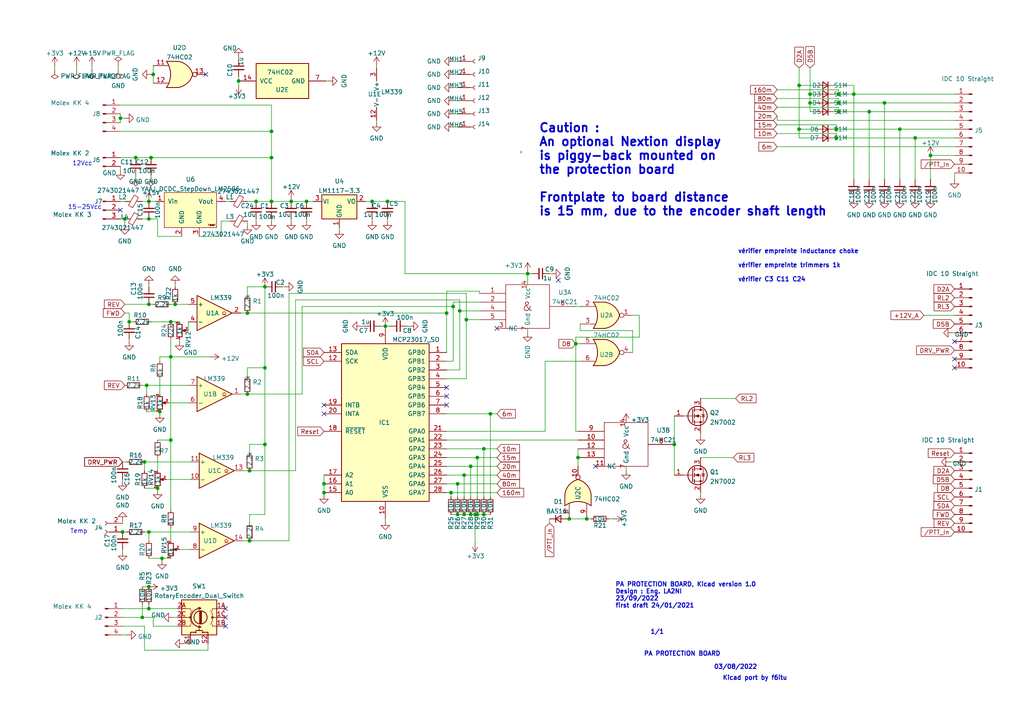
<source format=kicad_sch>
(kicad_sch (version 20211123) (generator eeschema)
  (paper "A4")
  (junction (at 43.18 58.42))
  (junction (at 140.335 149.225))
  (junction (at 41.91 133.985))
  (junction (at 45.72 141.605))
  (junction (at 39.37 45.72))
  (junction (at 195.58 128.905))
  (junction (at 132.715 149.225))
  (junction (at 140.335 130.175))
  (junction (at 167.005 99.695))
  (junction (at 34.925 34.29))
  (junction (at 234.95 27.305))
  (junction (at 112.395 58.42))
  (junction (at 133.35 90.17))
  (junction (at 252.095 32.385))
  (junction (at 43.18 63.5))
  (junction (at 46.355 119.38))
  (junction (at 129.54 90.805))
  (junction (at 142.24 120.015))
  (junction (at 46.99 161.925))
  (junction (at 234.95 29.845))
  (junction (at 78.74 45.72))
  (junction (at 43.18 154.305))
  (junction (at 269.875 45.085))
  (junction (at 50.8 88.265))
  (junction (at 74.295 58.42))
  (junction (at 256.54 29.845))
  (junction (at 84.455 58.42))
  (junction (at 135.255 92.71))
  (junction (at 243.205 32.385))
  (junction (at 72.39 136.525))
  (junction (at 71.755 90.805))
  (junction (at 78.74 38.1))
  (junction (at 170.18 150.495))
  (junction (at 43.18 170.18))
  (junction (at 44.45 21.59))
  (junction (at 35.56 154.305))
  (junction (at 111.76 94.615))
  (junction (at 76.835 128.905))
  (junction (at 265.43 40.005))
  (junction (at 36.195 63.5))
  (junction (at 132.715 140.335))
  (junction (at 49.53 127.635))
  (junction (at 231.775 24.765))
  (junction (at 167.64 132.715))
  (junction (at 137.795 149.225))
  (junction (at 42.545 111.76))
  (junction (at 76.835 83.185))
  (junction (at 242.57 40.005))
  (junction (at 243.205 27.305))
  (junction (at 93.98 140.335))
  (junction (at 37.465 93.345))
  (junction (at 130.81 142.875))
  (junction (at 153.035 79.375))
  (junction (at 138.43 132.715))
  (junction (at 138.43 149.225))
  (junction (at 43.18 88.265))
  (junction (at 134.62 137.795))
  (junction (at 260.985 37.465))
  (junction (at 49.53 93.345))
  (junction (at 243.205 29.845))
  (junction (at 72.39 156.845))
  (junction (at 136.525 149.225))
  (junction (at 242.57 37.465))
  (junction (at 231.775 37.465))
  (junction (at 76.835 106.68))
  (junction (at 43.815 45.72))
  (junction (at 165.1 150.495))
  (junction (at 88.9 58.42))
  (junction (at 93.98 142.875))
  (junction (at 71.755 114.3))
  (junction (at 49.53 103.505))
  (junction (at 107.95 58.42))
  (junction (at 134.62 149.225))
  (junction (at 41.275 179.07))
  (junction (at 69.215 23.495))
  (junction (at 43.18 176.53))
  (junction (at 131.445 88.9))
  (junction (at 78.74 58.42))
  (junction (at 247.65 27.305))
  (junction (at 136.525 135.255))
  (no_connect (at 93.98 117.475))
  (no_connect (at 93.98 120.015))
  (no_connect (at 34.925 60.96))
  (no_connect (at 161.925 81.28))
  (no_connect (at 59.69 21.59))
  (no_connect (at 172.72 135.255))
  (no_connect (at 129.54 112.395))
  (no_connect (at 129.54 114.935))
  (no_connect (at 129.54 117.475))
  (no_connect (at 276.86 99.06))
  (no_connect (at 144.145 95.25))
  (no_connect (at 65.405 181.61))
  (no_connect (at 65.405 179.07))
  (no_connect (at 65.405 176.53))
  (no_connect (at 276.86 106.68))
  (no_connect (at 276.86 104.14))
  (wire (pts (xy 153.035 79.375) (xy 153.035 82.55)))
  (wire (pts (xy 45.72 63.5) (xy 43.18 63.5)))
  (wire (pts (xy 129.54 142.875) (xy 130.81 142.875)))
  (wire (pts (xy 138.43 132.715) (xy 144.145 132.715)))
  (wire (pts (xy 132.715 140.335) (xy 144.145 140.335)))
  (wire (pts (xy 252.095 32.385) (xy 252.095 52.07)))
  (wire (pts (xy 242.57 40.005) (xy 265.43 40.005)))
  (wire (pts (xy 236.855 32.385) (xy 234.95 32.385)))
  (wire (pts (xy 267.97 91.44) (xy 276.86 91.44)))
  (wire (pts (xy 129.54 132.715) (xy 138.43 132.715)))
  (wire (pts (xy 41.91 133.985) (xy 41.91 136.525)))
  (wire (pts (xy 44.45 179.07) (xy 44.45 181.61)))
  (wire (pts (xy 46.355 103.505) (xy 49.53 103.505)))
  (wire (pts (xy 35.56 151.765) (xy 35.56 151.13)))
  (wire (pts (xy 41.91 154.305) (xy 43.18 154.305)))
  (wire (pts (xy 71.755 109.22) (xy 71.755 106.68)))
  (wire (pts (xy 131.445 33.02) (xy 132.715 33.02)))
  (wire (pts (xy 70.485 156.845) (xy 72.39 156.845)))
  (wire (pts (xy 136.525 135.255) (xy 144.145 135.255)))
  (wire (pts (xy 133.35 90.17) (xy 139.065 90.17)))
  (wire (pts (xy 140.335 130.175) (xy 144.145 130.175)))
  (wire (pts (xy 71.755 114.3) (xy 87.63 114.3)))
  (wire (pts (xy 133.35 107.315) (xy 129.54 107.315)))
  (wire (pts (xy 84.455 57.785) (xy 84.455 58.42)))
  (wire (pts (xy 167.005 99.695) (xy 167.005 125.095)))
  (wire (pts (xy 276.86 29.845) (xy 256.54 29.845)))
  (wire (pts (xy 64.135 64.135) (xy 66.675 64.135)))
  (wire (pts (xy 243.205 32.385) (xy 252.095 32.385)))
  (wire (pts (xy 109.22 19.05) (xy 109.22 19.685)))
  (wire (pts (xy 49.53 93.345) (xy 52.07 93.345)))
  (wire (pts (xy 181.61 135.255) (xy 181.61 136.525)))
  (wire (pts (xy 241.935 24.765) (xy 247.65 24.765)))
  (wire (pts (xy 52.07 159.385) (xy 55.245 159.385)))
  (wire (pts (xy 37.465 93.345) (xy 38.735 93.345)))
  (wire (pts (xy 57.785 68.58) (xy 64.135 68.58)))
  (wire (pts (xy 167.64 130.175) (xy 167.64 132.715)))
  (wire (pts (xy 50.8 88.265) (xy 54.61 88.265)))
  (wire (pts (xy 256.54 29.845) (xy 256.54 52.07)))
  (wire (pts (xy 34.925 63.5) (xy 36.195 63.5)))
  (wire (pts (xy 225.425 42.545) (xy 276.86 42.545)))
  (wire (pts (xy 276.86 40.005) (xy 265.43 40.005)))
  (wire (pts (xy 132.715 149.225) (xy 134.62 149.225)))
  (wire (pts (xy 243.205 27.305) (xy 247.65 27.305)))
  (wire (pts (xy 252.095 57.15) (xy 252.095 57.785)))
  (wire (pts (xy 158.115 104.775) (xy 168.275 104.775)))
  (wire (pts (xy 105.41 94.615) (xy 104.775 94.615)))
  (wire (pts (xy 131.445 104.775) (xy 129.54 104.775)))
  (wire (pts (xy 74.295 58.42) (xy 78.74 58.42)))
  (wire (pts (xy 83.82 85.09) (xy 135.255 85.09)))
  (wire (pts (xy 49.53 98.425) (xy 49.53 103.505)))
  (wire (pts (xy 153.035 79.375) (xy 153.035 78.74)))
  (wire (pts (xy 41.275 179.07) (xy 44.45 179.07)))
  (wire (pts (xy 81.915 83.185) (xy 82.55 83.185)))
  (wire (pts (xy 85.725 86.995) (xy 133.35 86.995)))
  (wire (pts (xy 35.56 154.305) (xy 36.83 154.305)))
  (wire (pts (xy 36.195 63.5) (xy 36.195 65.405)))
  (wire (pts (xy 44.45 19.05) (xy 44.45 21.59)))
  (wire (pts (xy 71.755 83.185) (xy 76.835 83.185)))
  (wire (pts (xy 129.54 130.175) (xy 140.335 130.175)))
  (wire (pts (xy 34.925 45.72) (xy 39.37 45.72)))
  (wire (pts (xy 131.445 25.4) (xy 132.715 25.4)))
  (wire (pts (xy 45.72 141.605) (xy 45.72 142.24)))
  (wire (pts (xy 112.395 63.5) (xy 112.395 64.135)))
  (wire (pts (xy 117.475 58.42) (xy 117.475 79.375)))
  (wire (pts (xy 87.63 88.9) (xy 131.445 88.9)))
  (wire (pts (xy 129.54 84.455) (xy 129.54 90.805)))
  (wire (pts (xy 130.81 142.875) (xy 144.145 142.875)))
  (wire (pts (xy 72.39 131.445) (xy 72.39 128.905)))
  (wire (pts (xy 153.035 95.25) (xy 153.035 96.52)))
  (wire (pts (xy 225.425 38.735) (xy 242.57 38.735)))
  (wire (pts (xy 139.065 85.09) (xy 139.065 84.455)))
  (wire (pts (xy 231.775 24.765) (xy 236.855 24.765)))
  (wire (pts (xy 243.205 26.035) (xy 243.205 27.305)))
  (wire (pts (xy 247.65 24.765) (xy 247.65 27.305)))
  (wire (pts (xy 142.24 144.145) (xy 142.24 120.015)))
  (wire (pts (xy 134.62 137.795) (xy 144.145 137.795)))
  (wire (pts (xy 72.39 128.905) (xy 76.835 128.905)))
  (wire (pts (xy 45.72 68.58) (xy 45.72 63.5)))
  (wire (pts (xy 133.35 90.17) (xy 133.35 107.315)))
  (wire (pts (xy 195.58 120.65) (xy 195.58 128.905)))
  (wire (pts (xy 72.39 151.765) (xy 72.39 149.225)))
  (wire (pts (xy 265.43 57.15) (xy 265.43 57.785)))
  (wire (pts (xy 234.95 27.305) (xy 236.855 27.305)))
  (wire (pts (xy 43.18 175.26) (xy 43.18 176.53)))
  (wire (pts (xy 44.45 181.61) (xy 51.435 181.61)))
  (wire (pts (xy 260.985 37.465) (xy 260.985 52.07)))
  (wire (pts (xy 46.355 119.38) (xy 46.355 120.015)))
  (wire (pts (xy 241.935 29.845) (xy 243.205 29.845)))
  (wire (pts (xy 49.53 153.035) (xy 49.53 156.845)))
  (wire (pts (xy 43.815 50.8) (xy 43.815 51.435)))
  (wire (pts (xy 225.425 36.195) (xy 242.57 36.195)))
  (wire (pts (xy 136.525 149.225) (xy 137.795 149.225)))
  (wire (pts (xy 34.925 48.26) (xy 34.925 49.53)))
  (wire (pts (xy 265.43 40.005) (xy 265.43 52.07)))
  (wire (pts (xy 52.07 98.425) (xy 52.07 99.06)))
  (wire (pts (xy 107.95 58.42) (xy 112.395 58.42)))
  (wire (pts (xy 49.53 103.505) (xy 60.96 103.505)))
  (wire (pts (xy 252.095 32.385) (xy 276.86 32.385)))
  (wire (pts (xy 110.49 94.615) (xy 111.76 94.615)))
  (wire (pts (xy 225.425 34.925) (xy 225.425 33.655)))
  (polyline (pts (xy 151.13 43.815) (xy 151.13 44.45)))
  (wire (pts (xy 183.515 95.885) (xy 183.515 102.235)))
  (wire (pts (xy 41.275 63.5) (xy 43.18 63.5)))
  (wire (pts (xy 35.56 139.065) (xy 35.56 139.7)))
  (wire (pts (xy 164.465 150.495) (xy 165.1 150.495)))
  (wire (pts (xy 185.42 97.79) (xy 167.005 97.79)))
  (wire (pts (xy 34.925 34.29) (xy 36.195 34.29)))
  (wire (pts (xy 234.95 19.685) (xy 234.95 27.305)))
  (wire (pts (xy 276.225 96.52) (xy 276.86 96.52)))
  (wire (pts (xy 36.195 88.265) (xy 43.18 88.265)))
  (wire (pts (xy 203.2 142.875) (xy 203.2 143.51)))
  (wire (pts (xy 71.755 85.725) (xy 71.755 83.185)))
  (wire (pts (xy 133.35 86.995) (xy 133.35 90.17)))
  (wire (pts (xy 129.54 137.795) (xy 134.62 137.795)))
  (wire (pts (xy 41.91 181.61) (xy 41.91 188.595)))
  (wire (pts (xy 65.405 58.42) (xy 66.675 58.42)))
  (wire (pts (xy 55.245 186.69) (xy 53.34 186.69)))
  (wire (pts (xy 52.705 68.58) (xy 45.72 68.58)))
  (wire (pts (xy 71.755 58.42) (xy 74.295 58.42)))
  (wire (pts (xy 78.74 63.5) (xy 78.74 64.135)))
  (wire (pts (xy 42.545 119.38) (xy 46.355 119.38)))
  (wire (pts (xy 135.255 85.09) (xy 135.255 92.71)))
  (wire (pts (xy 131.445 29.21) (xy 132.715 29.21)))
  (wire (pts (xy 167.64 132.715) (xy 167.64 135.255)))
  (wire (pts (xy 134.62 149.225) (xy 136.525 149.225)))
  (wire (pts (xy 35.56 184.15) (xy 36.83 184.15)))
  (wire (pts (xy 195.58 128.905) (xy 195.58 137.795)))
  (wire (pts (xy 140.335 130.175) (xy 140.335 144.145)))
  (wire (pts (xy 276.86 50.165) (xy 276.86 52.07)))
  (wire (pts (xy 46.99 161.925) (xy 46.99 162.56)))
  (wire (pts (xy 69.215 23.495) (xy 69.215 22.225)))
  (wire (pts (xy 167.005 125.095) (xy 167.64 125.095)))
  (wire (pts (xy 167.005 99.695) (xy 168.275 99.695)))
  (wire (pts (xy 129.54 127.635) (xy 167.64 127.635)))
  (wire (pts (xy 225.425 31.115) (xy 243.205 31.115)))
  (wire (pts (xy 140.335 149.225) (xy 142.24 149.225)))
  (wire (pts (xy 136.525 135.255) (xy 136.525 144.145)))
  (wire (pts (xy 93.98 137.795) (xy 93.98 140.335)))
  (wire (pts (xy 275.59 133.985) (xy 276.86 133.985)))
  (wire (pts (xy 78.74 38.1) (xy 78.74 45.72)))
  (wire (pts (xy 139.065 87.63) (xy 131.445 87.63)))
  (wire (pts (xy 131.445 36.83) (xy 132.715 36.83)))
  (wire (pts (xy 43.18 88.265) (xy 44.45 88.265)))
  (wire (pts (xy 276.86 37.465) (xy 260.985 37.465)))
  (wire (pts (xy 43.18 161.925) (xy 46.99 161.925)))
  (wire (pts (xy 247.65 57.15) (xy 247.65 57.785)))
  (wire (pts (xy 22.225 19.05) (xy 22.225 20.32)))
  (wire (pts (xy 43.815 93.345) (xy 49.53 93.345)))
  (wire (pts (xy 260.985 57.15) (xy 260.985 57.785)))
  (wire (pts (xy 43.18 154.305) (xy 55.245 154.305)))
  (wire (pts (xy 276.86 27.305) (xy 247.65 27.305)))
  (wire (pts (xy 256.54 57.15) (xy 256.54 57.785)))
  (wire (pts (xy 231.775 24.765) (xy 231.775 37.465)))
  (wire (pts (xy 203.2 125.73) (xy 203.2 126.365)))
  (wire (pts (xy 137.795 149.225) (xy 137.795 157.48)))
  (wire (pts (xy 159.385 150.495) (xy 159.385 151.765)))
  (wire (pts (xy 78.74 30.48) (xy 78.74 38.1)))
  (wire (pts (xy 45.72 132.715) (xy 45.72 136.525)))
  (wire (pts (xy 167.005 88.9) (xy 168.275 88.9)))
  (wire (pts (xy 137.795 149.225) (xy 138.43 149.225)))
  (wire (pts (xy 34.925 38.1) (xy 78.74 38.1)))
  (wire (pts (xy 243.205 28.575) (xy 243.205 29.845)))
  (wire (pts (xy 242.57 38.735) (xy 242.57 40.005)))
  (wire (pts (xy 64.135 68.58) (xy 64.135 64.135)))
  (wire (pts (xy 269.875 45.085) (xy 269.875 52.07)))
  (wire (pts (xy 49.53 103.505) (xy 49.53 127.635)))
  (wire (pts (xy 71.755 90.805) (xy 129.54 90.805)))
  (wire (pts (xy 78.74 45.72) (xy 78.74 58.42)))
  (wire (pts (xy 138.43 149.225) (xy 140.335 149.225)))
  (wire (pts (xy 134.62 137.795) (xy 134.62 144.145)))
  (wire (pts (xy 276.86 34.925) (xy 225.425 34.925)))
  (wire (pts (xy 243.205 29.845) (xy 256.54 29.845)))
  (wire (pts (xy 269.875 57.15) (xy 269.875 57.785)))
  (wire (pts (xy 69.215 17.145) (xy 69.215 16.51)))
  (wire (pts (xy 39.37 45.72) (xy 43.815 45.72)))
  (wire (pts (xy 46.355 104.775) (xy 46.355 103.505)))
  (wire (pts (xy 69.85 90.805) (xy 71.755 90.805)))
  (wire (pts (xy 84.455 58.42) (xy 88.9 58.42)))
  (wire (pts (xy 41.91 133.985) (xy 55.245 133.985)))
  (wire (pts (xy 70.485 136.525) (xy 72.39 136.525)))
  (wire (pts (xy 185.42 91.44) (xy 185.42 97.79)))
  (wire (pts (xy 50.165 179.07) (xy 51.435 179.07)))
  (wire (pts (xy 34.925 34.29) (xy 34.925 35.56)))
  (wire (pts (xy 138.43 132.715) (xy 138.43 144.145)))
  (wire (pts (xy 242.57 37.465) (xy 260.985 37.465)))
  (wire (pts (xy 39.37 50.8) (xy 39.37 51.435)))
  (wire (pts (xy 247.65 27.305) (xy 247.65 52.07)))
  (wire (pts (xy 41.275 175.26) (xy 41.275 179.07)))
  (wire (pts (xy 45.72 127.635) (xy 49.53 127.635)))
  (wire (pts (xy 83.82 156.845) (xy 83.82 85.09)))
  (wire (pts (xy 231.775 19.685) (xy 231.775 24.765)))
  (wire (pts (xy 49.53 88.265) (xy 50.8 88.265)))
  (wire (pts (xy 43.18 154.305) (xy 43.18 156.845)))
  (wire (pts (xy 49.53 127.635) (xy 49.53 147.955)))
  (wire (pts (xy 131.445 17.78) (xy 132.715 17.78)))
  (wire (pts (xy 131.445 87.63) (xy 131.445 88.9)))
  (wire (pts (xy 41.91 188.595) (xy 60.325 188.595)))
  (wire (pts (xy 93.98 142.875) (xy 93.98 143.51)))
  (wire (pts (xy 48.26 139.065) (xy 55.245 139.065)))
  (wire (pts (xy 37.465 98.425) (xy 37.465 99.06)))
  (wire (pts (xy 131.445 21.59) (xy 132.715 21.59)))
  (wire (pts (xy 71.755 106.68) (xy 76.835 106.68)))
  (wire (pts (xy 41.275 58.42) (xy 43.18 58.42)))
  (wire (pts (xy 132.715 140.335) (xy 132.715 144.145)))
  (wire (pts (xy 46.99 161.925) (xy 49.53 161.925)))
  (wire (pts (xy 130.81 149.225) (xy 132.715 149.225)))
  (wire (pts (xy 35.56 133.985) (xy 36.83 133.985)))
  (wire (pts (xy 231.775 37.465) (xy 236.855 37.465)))
  (wire (pts (xy 15.875 19.05) (xy 15.875 20.32)))
  (wire (pts (xy 60.325 186.69) (xy 60.325 188.595)))
  (wire (pts (xy 34.925 33.02) (xy 34.925 34.29)))
  (wire (pts (xy 159.385 79.375) (xy 160.02 79.375)))
  (wire (pts (xy 203.2 115.57) (xy 213.36 115.57)))
  (wire (pts (xy 129.54 90.805) (xy 129.54 102.235)))
  (wire (pts (xy 225.425 28.575) (xy 243.205 28.575)))
  (wire (pts (xy 142.24 120.015) (xy 144.145 120.015)))
  (wire (pts (xy 26.67 19.05) (xy 26.67 20.32)))
  (wire (pts (xy 130.81 142.875) (xy 130.81 144.145)))
  (wire (pts (xy 234.95 29.845) (xy 236.855 29.845)))
  (wire (pts (xy 241.935 32.385) (xy 243.205 32.385)))
  (wire (pts (xy 43.18 170.18) (xy 41.275 170.18)))
  (wire (pts (xy 69.215 24.765) (xy 69.215 23.495)))
  (wire (pts (xy 129.54 125.095) (xy 158.115 125.095)))
  (wire (pts (xy 44.45 21.59) (xy 44.45 24.13)))
  (wire (pts (xy 35.56 181.61) (xy 41.91 181.61)))
  (wire (pts (xy 34.925 30.48) (xy 78.74 30.48)))
  (wire (pts (xy 129.54 135.255) (xy 136.525 135.255)))
  (wire (pts (xy 135.255 92.71) (xy 139.065 92.71)))
  (wire (pts (xy 37.465 93.345) (xy 37.465 90.805)))
  (wire (pts (xy 135.255 109.855) (xy 129.54 109.855)))
  (wire (pts (xy 109.22 34.925) (xy 109.22 35.56)))
  (wire (pts (xy 35.56 159.385) (xy 35.56 160.02)))
  (wire (pts (xy 129.54 120.015) (xy 142.24 120.015)))
  (wire (pts (xy 87.63 114.3) (xy 87.63 88.9)))
  (wire (pts (xy 183.515 91.44) (xy 185.42 91.44)))
  (wire (pts (xy 54.61 93.345) (xy 54.61 95.885)))
  (wire (pts (xy 168.275 93.98) (xy 168.275 95.885)))
  (wire (pts (xy 84.455 63.5) (xy 84.455 64.135)))
  (wire (pts (xy 69.85 114.3) (xy 71.755 114.3)))
  (wire (pts (xy 176.53 150.495) (xy 177.8 150.495)))
  (wire (pts (xy 42.545 111.76) (xy 42.545 114.3)))
  (wire (pts (xy 241.935 27.305) (xy 243.205 27.305)))
  (wire (pts (xy 72.39 149.225) (xy 76.835 149.225)))
  (wire (pts (xy 72.39 156.845) (xy 83.82 156.845)))
  (wire (pts (xy 76.835 83.185) (xy 76.835 106.68)))
  (wire (pts (xy 41.275 111.76) (xy 42.545 111.76)))
  (wire (pts (xy 76.835 128.905) (xy 76.835 149.225)))
  (wire (pts (xy 129.54 140.335) (xy 132.715 140.335)))
  (wire (pts (xy 203.2 132.715) (xy 212.725 132.715)))
  (wire (pts (xy 234.95 29.845) (xy 234.95 27.305)))
  (wire (pts (xy 71.755 64.135) (xy 71.755 65.405)))
  (wire (pts (xy 74.295 63.5) (xy 74.295 64.135)))
  (wire (pts (xy 98.425 66.04) (xy 98.425 66.675)))
  (wire (pts (xy 88.9 63.5) (xy 88.9 64.135)))
  (wire (pts (xy 37.465 90.805) (xy 36.195 90.805)))
  (wire (pts (xy 43.815 45.72) (xy 78.74 45.72)))
  (wire (pts (xy 46.355 109.855) (xy 46.355 114.3)))
  (wire (pts (xy 35.56 179.07) (xy 41.275 179.07)))
  (wire (pts (xy 42.545 111.76) (xy 54.61 111.76)))
  (wire (pts (xy 44.45 21.59) (xy 43.815 21.59)))
  (wire (pts (xy 35.56 176.53) (xy 43.18 176.53)))
  (wire (pts (xy 78.74 58.42) (xy 84.455 58.42)))
  (wire (pts (xy 94.615 23.495) (xy 95.25 23.495)))
  (wire (pts (xy 231.775 40.005) (xy 231.775 37.465)))
  (wire (pts (xy 167.005 97.79) (xy 167.005 99.695)))
  (wire (pts (xy 165.1 150.495) (xy 170.18 150.495)))
  (wire (pts (xy 135.255 92.71) (xy 135.255 109.855)))
  (wire (pts (xy 88.9 58.42) (xy 90.805 58.42)))
  (wire (pts (xy 41.91 141.605) (xy 45.72 141.605)))
  (wire (pts (xy 243.205 31.115) (xy 243.205 32.385)))
  (wire (pts (xy 225.425 26.035) (xy 243.205 26.035)))
  (wire (pts (xy 106.045 58.42) (xy 107.95 58.42)))
  (wire (pts (xy 118.11 94.615) (xy 118.745 94.615)))
  (wire (pts (xy 154.305 79.375) (xy 153.035 79.375)))
  (wire (pts (xy 43.18 176.53) (xy 51.435 176.53)))
  (wire (pts (xy 111.76 150.495) (xy 111.76 151.13)))
  (wire (pts (xy 72.39 136.525) (xy 85.725 136.525)))
  (wire (pts (xy 112.395 58.42) (xy 117.475 58.42)))
  (wire (pts (xy 76.835 106.68) (xy 76.835 128.905)))
  (wire (pts (xy 117.475 79.375) (xy 153.035 79.375)))
  (wire (pts (xy 107.95 63.5) (xy 107.95 64.135)))
  (wire (pts (xy 43.18 83.185) (xy 43.18 82.55)))
  (wire (pts (xy 170.18 150.495) (xy 171.45 150.495)))
  (wire (pts (xy 50.8 83.185) (xy 50.8 82.55)))
  (wire (pts (xy 34.925 58.42) (xy 36.195 58.42)))
  (wire (pts (xy 242.57 36.195) (xy 242.57 37.465)))
  (wire (pts (xy 34.29 19.05) (xy 34.29 20.32)))
  (wire (pts (xy 236.855 40.005) (xy 231.775 40.005)))
  (wire (pts (xy 168.275 95.885) (xy 183.515 95.885)))
  (wire (pts (xy 93.98 140.335) (xy 93.98 142.875)))
  (wire (pts (xy 85.725 136.525) (xy 85.725 86.995)))
  (wire (pts (xy 111.76 94.615) (xy 113.03 94.615)))
  (wire (pts (xy 139.065 84.455) (xy 129.54 84.455)))
  (wire (pts (xy 241.935 40.005) (xy 242.57 40.005)))
  (wire (pts (xy 241.935 37.465) (xy 242.57 37.465)))
  (wire (pts (xy 234.95 32.385) (xy 234.95 29.845)))
  (wire (pts (xy 43.18 58.42) (xy 45.085 58.42)))
  (wire (pts (xy 276.86 45.085) (xy 269.875 45.085)))
  (wire (pts (xy 131.445 88.9) (xy 131.445 104.775)))
  (wire (pts (xy 48.895 116.84) (xy 54.61 116.84)))
  (wire (pts (xy 158.115 125.095) (xy 158.115 104.775)))
  (text "12Vcc" (at 20.955 48.26 0) (effects (font (size 1.27 1.27)) (justify left bottom)))
  (text "03/08/2022\n" (at 207.01 194.31 0) (effects (font (size 1.27 1.27) bold) (justify left bottom)))
  (text "PA PROTECTION BOARD, Kicad version 1.0\nDesign : Eng. LA2NI\n23/09/2022\nfirst draft 24/01/2021" (at 178.435 176.53 0) (effects (font (size 1.27 1.27) bold) (justify left bottom)))
  (text "Temp\n" (at 20.32 154.94 0) (effects (font (size 1.27 1.27)) (justify left bottom)))
  (text "PA PROTECTION BOARD" (at 186.69 190.5 0) (effects (font (size 1.27 1.27) bold) (justify left bottom)))
  (text "1/1\n" (at 188.595 184.15 0) (effects (font (size 1.27 1.27) bold) (justify left bottom)))
  (text "Caution : \nAn optional Nextion display \nis piggy-back mounted on\nthe protection board\n\nFrontplate to board distance \nis 15 mm, due to the encoder shaft length \n" (at 156.21 62.865 0) (effects (font (size 2.5 2.5) (thickness 0.5) bold) (justify left bottom)))
  (text "15-25Vcc\n" (at 19.685 60.96 0) (effects (font (size 1.27 1.27)) (justify left bottom)))
  (text "Kicad port by f6itu" (at 209.55 197.485 0) (effects (font (size 1.27 1.27) bold) (justify left bottom)))
  (text "vérifier empreinte inductance choke\n\nvérifier empreinte trimmers 1k\n\nvérifier C3 C11 C24" (at 213.995 81.915 0) (effects (font (size 1.27 1.27) bold) (justify left bottom)))
  (global_label "RL3" (shape input) (at 212.725 132.715 0) (property "Intersheet References" "${INTERSHEET_REFS}" (effects hide)))
  (global_label "REV" (shape input) (at 36.195 111.76 180) (property "Intersheet References" "${INTERSHEET_REFS}" (effects hide)))
  (global_label "40m" (shape input) (at 144.145 137.795 0) (property "Intersheet References" "${INTERSHEET_REFS}" (effects hide)))
  (global_label "10m" (shape input) (at 225.425 38.735 180) (property "Intersheet References" "${INTERSHEET_REFS}" (effects hide)))
  (global_label "{slash}PTT_In" (shape input) (at 276.86 154.305 180) (property "Intersheet References" "${INTERSHEET_REFS}" (effects hide)))
  (global_label "{slash}PTT_In" (shape input) (at 276.86 47.625 180) (property "Intersheet References" "${INTERSHEET_REFS}" (effects hide)))
  (global_label "D5B" (shape input) (at 276.86 139.065 180) (property "Intersheet References" "${INTERSHEET_REFS}" (effects hide)))
  (global_label "40m" (shape input) (at 225.425 31.115 180) (property "Intersheet References" "${INTERSHEET_REFS}" (effects hide)))
  (global_label "SDA" (shape input) (at 93.98 102.235 180) (property "Intersheet References" "${INTERSHEET_REFS}" (effects hide)))
  (global_label "6m" (shape input) (at 225.425 42.545 180) (property "Intersheet References" "${INTERSHEET_REFS}" (effects hide)))
  (global_label "SCL" (shape input) (at 93.98 104.775 180) (property "Intersheet References" "${INTERSHEET_REFS}" (effects hide)))
  (global_label "FWD" (shape input) (at 36.195 90.805 180) (property "Intersheet References" "${INTERSHEET_REFS}" (effects hide)))
  (global_label "DRV_PWR" (shape input) (at 276.86 101.6 180) (property "Intersheet References" "${INTERSHEET_REFS}" (effects hide)))
  (global_label "RL2" (shape input) (at 276.86 86.36 180) (property "Intersheet References" "${INTERSHEET_REFS}" (effects hide)))
  (global_label "Reset" (shape input) (at 276.86 131.445 180) (property "Intersheet References" "${INTERSHEET_REFS}" (effects hide)))
  (global_label "Reset" (shape input) (at 93.98 125.095 180) (property "Intersheet References" "${INTERSHEET_REFS}" (effects hide)))
  (global_label "SCL" (shape input) (at 276.86 144.145 180) (property "Intersheet References" "${INTERSHEET_REFS}" (effects hide)))
  (global_label "20m" (shape input) (at 144.145 135.255 0) (property "Intersheet References" "${INTERSHEET_REFS}" (effects hide)))
  (global_label "D2A" (shape input) (at 276.86 83.82 180) (property "Intersheet References" "${INTERSHEET_REFS}" (effects hide)))
  (global_label "D2A" (shape input) (at 276.86 136.525 180) (property "Intersheet References" "${INTERSHEET_REFS}" (effects hide)))
  (global_label "D2A" (shape input) (at 231.775 19.685 90) (property "Intersheet References" "${INTERSHEET_REFS}" (effects hide)))
  (global_label "REV" (shape input) (at 276.86 151.765 180) (property "Intersheet References" "${INTERSHEET_REFS}" (effects hide)))
  (global_label "{slash}PTT_In" (shape input) (at 159.385 151.765 270) (property "Intersheet References" "${INTERSHEET_REFS}" (effects hide)))
  (global_label "REV" (shape input) (at 36.195 88.265 180) (property "Intersheet References" "${INTERSHEET_REFS}" (effects hide)))
  (global_label "DRV_PWR" (shape input) (at 35.56 133.985 180) (property "Intersheet References" "${INTERSHEET_REFS}" (effects hide)))
  (global_label "+12V_A" (shape input) (at 267.97 91.44 180) (property "Intersheet References" "${INTERSHEET_REFS}" (effects hide)))
  (global_label "20m" (shape input) (at 225.425 33.655 180) (property "Intersheet References" "${INTERSHEET_REFS}" (effects hide)))
  (global_label "15m" (shape input) (at 225.425 36.195 180) (property "Intersheet References" "${INTERSHEET_REFS}" (effects hide)))
  (global_label "80m" (shape input) (at 144.145 140.335 0) (property "Intersheet References" "${INTERSHEET_REFS}" (effects hide)))
  (global_label "6m" (shape input) (at 144.145 120.015 0) (property "Intersheet References" "${INTERSHEET_REFS}" (effects hide)))
  (global_label "160m" (shape input) (at 225.425 26.035 180) (property "Intersheet References" "${INTERSHEET_REFS}" (effects hide)))
  (global_label "RL3" (shape input) (at 276.86 88.9 180) (property "Intersheet References" "${INTERSHEET_REFS}" (effects hide)))
  (global_label "D5B" (shape input) (at 234.95 19.685 90) (property "Intersheet References" "${INTERSHEET_REFS}" (effects hide)))
  (global_label "10m" (shape input) (at 144.145 130.175 0) (property "Intersheet References" "${INTERSHEET_REFS}" (effects hide)))
  (global_label "DRV_PWR" (shape input) (at 35.56 133.985 180) (property "Intersheet References" "${INTERSHEET_REFS}" (effects hide)))
  (global_label "160m" (shape input) (at 144.145 142.875 0) (property "Intersheet References" "${INTERSHEET_REFS}" (effects hide)))
  (global_label "80m" (shape input) (at 225.425 28.575 180) (property "Intersheet References" "${INTERSHEET_REFS}" (effects hide)))
  (global_label "15m" (shape input) (at 144.145 132.715 0) (property "Intersheet References" "${INTERSHEET_REFS}" (effects hide)))
  (global_label "FWD" (shape input) (at 276.86 149.225 180) (property "Intersheet References" "${INTERSHEET_REFS}" (effects hide)))
  (global_label "D5B" (shape input) (at 276.86 93.98 180) (property "Intersheet References" "${INTERSHEET_REFS}" (effects hide)))
  (global_label "SDA" (shape input) (at 276.86 146.685 180) (property "Intersheet References" "${INTERSHEET_REFS}" (effects hide)))
  (global_label "D8" (shape input) (at 167.005 99.695 180) (property "Intersheet References" "${INTERSHEET_REFS}" (effects hide)))
  (global_label "D8" (shape input) (at 276.86 141.605 180) (property "Intersheet References" "${INTERSHEET_REFS}" (effects hide)))
  (global_label "RL2" (shape input) (at 213.36 115.57 0) (property "Intersheet References" "${INTERSHEET_REFS}" (effects hide)))
  (symbol (lib_id "power:GND") (at 37.465 99.06 0) (mirror y) (unit 1)
    (property "Reference" "#PWR0166" (effects hide))
    (property "Value" "GND" (at 37.465 103.6225 0))
  )
  (symbol (lib_id "Device:C_Small") (at 78.74 60.96 0) (mirror x) (unit 1)
    (property "Reference" "C1" (at 78.105 59.69 0) (effects (justify right)))
    (property "Value" "100n" (at 80.01 62.865 0) (effects (justify right)))
    (property "Footprint" "Capacitor_SMD:C_0805_2012Metric_Pad1.18x1.45mm_HandSolder" (effects hide))
  )
  (symbol (lib_id "Device:R_Small") (at 41.91 139.065 0) (mirror x) (unit 1)
    (property "Reference" "R19" (at 40.005 139.065 90))
    (property "Value" "1k" (at 41.91 139.7 90))
    (property "Footprint" "Resistor_SMD:R_0805_2012Metric_Pad1.20x1.40mm_HandSolder" (effects hide))
  )
  (symbol (lib_id "Comparator:LM339") (at 111.76 27.305 0) (unit 5)
    (property "Reference" "U1" (at 106.68 27.305 0) (effects (justify left)))
    (property "Value" "LM339" (at 110.49 26.67 0) (effects (justify left)))
    (property "Footprint" "Package_SO:SOIC-14_3.9x8.7mm_P1.27mm" (effects hide))
    (property "Datasheet" "https://www.st.com/resource/en/datasheet/lm139.pdf" (effects hide))
  )
  (symbol (lib_id "Device:R_Small") (at 136.525 146.685 180) (unit 1)
    (property "Reference" "R28" (at 136.525 153.67 90) (effects (justify right)))
    (property "Value" "10k" (at 136.525 148.59 90) (effects (justify right)))
    (property "Footprint" "Resistor_SMD:R_0805_2012Metric_Pad1.20x1.40mm_HandSolder" (effects hide))
  )
  (symbol (lib_id "power:GND") (at 69.215 16.51 180) (unit 1)
    (property "Reference" "#PWR0152" (effects hide))
    (property "Value" "GND" (at 66.675 13.97 0))
  )
  (symbol (lib_id "Device:FerriteBead_Small") (at 38.735 58.42 90) (unit 1)
    (property "Reference" "L2" (at 35.56 57.15 90))
    (property "Value" "2743021447" (at 34.29 55.245 90))
    (property "Footprint" "Inductor_SMD:L_2512_6332Metric_Pad1.52x3.35mm_HandSolder" (effects hide))
  )
  (symbol (lib_id "power:GND") (at 260.985 57.785 0) (unit 1)
    (property "Reference" "#PWR0120" (effects hide))
    (property "Value" "GND" (at 260.985 62.3475 0))
  )
  (symbol (lib_id "power:GND") (at 269.875 57.785 0) (unit 1)
    (property "Reference" "#PWR0118" (effects hide))
    (property "Value" "GND" (at 269.875 62.3475 0))
  )
  (symbol (lib_id "Device:C_Small") (at 79.375 83.185 90) (unit 1)
    (property "Reference" "C2" (at 81.28 81.915 90))
    (property "Value" "100n" (at 80.01 85.725 90))
    (property "Footprint" "Capacitor_SMD:C_0805_2012Metric_Pad1.18x1.45mm_HandSolder" (effects hide))
  )
  (symbol (lib_id "Device:R_Small") (at 72.39 133.985 180) (unit 1)
    (property "Reference" "R3" (at 73.8886 133.0765 0) (effects (justify right)))
    (property "Value" "2.2k" (at 72.39 135.255 90) (effects (justify right)))
    (property "Footprint" "Resistor_SMD:R_0805_2012Metric_Pad1.20x1.40mm_HandSolder" (effects hide))
  )
  (symbol (lib_id "power:+12V") (at 22.225 19.05 0) (unit 1)
    (property "Reference" "#PWR0159" (effects hide))
    (property "Value" "+12V" (at 22.225 15.4455 0))
  )
  (symbol (lib_id "power:GND") (at 50.8 82.55 180) (unit 1)
    (property "Reference" "#PWR0110" (effects hide))
    (property "Value" "GND" (at 50.8 77.9875 0))
  )
  (symbol (lib_id "power:GND") (at 181.61 136.525 0) (unit 1)
    (property "Reference" "#PWR0170" (effects hide))
    (property "Value" "GND" (at 181.61 141.0875 0))
  )
  (symbol (lib_id "Device:FerriteBead_Small") (at 69.215 64.135 90) (unit 1)
    (property "Reference" "L3" (at 66.675 62.865 90))
    (property "Value" "2743021447" (at 64.77 67.945 90))
    (property "Footprint" "Inductor_SMD:L_2512_6332Metric_Pad1.52x3.35mm_HandSolder" (effects hide))
  )
  (symbol (lib_id "power:PWR_FLAG") (at 22.225 20.32 180) (unit 1)
    (property "Reference" "#FLG0103" (effects hide))
    (property "Value" "PWR_FLAG" (at 23.876 22.069 0) (effects (justify right)))
  )
  (symbol (lib_id "Device:R_Small") (at 43.18 172.72 0) (unit 1)
    (property "Reference" "R23" (at 43.18 165.735 90) (effects (justify right)))
    (property "Value" "10k" (at 43.18 170.815 90) (effects (justify right)))
    (property "Footprint" "Resistor_SMD:R_0805_2012Metric_Pad1.20x1.40mm_HandSolder" (effects hide))
  )
  (symbol (lib_id "Device:R_Small") (at 49.53 150.495 0) (mirror x) (unit 1)
    (property "Reference" "R8" (at 47.625 151.765 90) (effects (justify right)))
    (property "Value" "1k" (at 49.53 152.4 90) (effects (justify right)))
    (property "Footprint" "Resistor_SMD:R_0805_2012Metric_Pad1.20x1.40mm_HandSolder" (effects hide))
  )
  (symbol (lib_id "Device:C_Small") (at 265.43 54.61 0) (mirror x) (unit 1)
    (property "Reference" "C22" (at 264.795 59.055 90) (effects (justify right)))
    (property "Value" "100n" (at 266.7 59.055 90) (effects (justify right)))
    (property "Footprint" "Capacitor_SMD:C_0805_2012Metric_Pad1.18x1.45mm_HandSolder" (effects hide))
  )
  (symbol (lib_id "Device:R_Small") (at 41.275 172.72 0) (unit 1)
    (property "Reference" "R5" (at 41.275 165.735 90) (effects (justify right)))
    (property "Value" "10k" (at 41.275 170.815 90) (effects (justify right)))
    (property "Footprint" "Resistor_SMD:R_0805_2012Metric_Pad1.20x1.40mm_HandSolder" (effects hide))
  )
  (symbol (lib_id "power:GND") (at 39.37 51.435 0) (unit 1)
    (property "Reference" "#PWR0131" (effects hide))
    (property "Value" "GND" (at 39.37 52.705 0))
  )
  (symbol (lib_id "power:+12V") (at 269.875 45.085 0) (unit 1)
    (property "Reference" "#PWR0117" (effects hide))
    (property "Value" "+12V" (at 269.875 41.4805 0))
  )
  (symbol (lib_id "Comparator:LM339") (at 62.23 114.3 0) (unit 2)
    (property "Reference" "U1" (at 60.96 114.3 0))
    (property "Value" "LM339" (at 62.23 109.855 0))
    (property "Footprint" "Package_SO:SOIC-14_3.9x8.7mm_P1.27mm" (effects hide))
    (property "Datasheet" "https://www.st.com/resource/en/datasheet/lm139.pdf" (effects hide))
  )
  (symbol (lib_id "Device:D_Small") (at 239.395 29.845 180) (unit 1)
    (property "Reference" "D4" (at 236.855 29.845 0))
    (property "Value" "S1M" (at 243.84 29.845 0))
    (property "Footprint" "Diode_SMD:D_SMA_Handsoldering" (effects hide))
  )
  (symbol (lib_id "Device:C_Small") (at 35.56 136.525 0) (unit 1)
    (property "Reference" "C16" (at 36.83 140.97 90) (effects (justify left)))
    (property "Value" "100n" (at 33.02 140.335 90) (effects (justify left)))
    (property "Footprint" "Capacitor_SMD:C_0805_2012Metric_Pad1.18x1.45mm_HandSolder" (effects hide))
  )
  (symbol (lib_id "Connector:Conn_01x10_Male") (at 281.94 141.605 0) (mirror y) (unit 1)
    (property "Reference" "J1" (at 282.6512 141.9665 0) (effects (justify right)))
    (property "Value" "IDC 10 Straight" (at 267.335 127.635 0) (effects (justify right)))
    (property "Footprint" "Connector_IDC:IDC-Header_2x05_P2.54mm_Vertical" (effects hide))
  )
  (symbol (lib_id "power:GND") (at 203.2 126.365 0) (unit 1)
    (property "Reference" "#PWR0122" (effects hide))
    (property "Value" "GND" (at 203.2 130.9275 0))
  )
  (symbol (lib_id "Device:R_Small") (at 45.72 130.175 0) (mirror x) (unit 1)
    (property "Reference" "R7" (at 48.895 130.81 0) (effects (justify right)))
    (property "Value" "1k" (at 45.72 131.445 90) (effects (justify right)))
    (property "Footprint" "Resistor_SMD:R_0805_2012Metric_Pad1.20x1.40mm_HandSolder" (effects hide))
  )
  (symbol (lib_id "Device:R_Small") (at 39.37 154.305 90) (unit 1)
    (property "Reference" "R17" (at 39.37 152.4 90))
    (property "Value" "2.2k" (at 39.37 154.305 90))
    (property "Footprint" "Resistor_SMD:R_0805_2012Metric_Pad1.20x1.40mm_HandSolder" (effects hide))
  )
  (symbol (lib_id "power:+3.3V") (at 181.61 122.555 0) (unit 1)
    (property "Reference" "#PWR0175" (effects hide))
    (property "Value" "+3.3V" (at 183.007 121.764 0) (effects (justify left)))
  )
  (symbol (lib_id "Device:R_Small") (at 42.545 116.84 0) (mirror x) (unit 1)
    (property "Reference" "R18" (at 40.64 116.84 90))
    (property "Value" "1k" (at 42.545 117.475 90))
    (property "Footprint" "Resistor_SMD:R_0805_2012Metric_Pad1.20x1.40mm_HandSolder" (effects hide))
  )
  (symbol (lib_id "power:GND") (at 112.395 64.135 0) (unit 1)
    (property "Reference" "#PWR0135" (effects hide))
    (property "Value" "GND" (at 112.395 68.6975 0))
  )
  (symbol (lib_id "power:GND") (at 95.25 23.495 90) (unit 1)
    (property "Reference" "#PWR0146" (effects hide))
    (property "Value" "GND" (at 99.8125 23.495 0))
  )
  (symbol (lib_id "power:+12V") (at 109.22 19.05 0) (unit 1)
    (property "Reference" "#PWR0139" (effects hide))
    (property "Value" "+12V" (at 109.22 15.4455 0))
  )
  (symbol (lib_id "Device:C_Small") (at 156.845 79.375 270) (mirror x) (unit 1)
    (property "Reference" "C9" (at 159.385 78.105 90))
    (property "Value" "1u" (at 158.75 80.645 90))
    (property "Footprint" "Capacitor_SMD:C_0805_2012Metric_Pad1.18x1.45mm_HandSolder" (effects hide))
  )
  (symbol (lib_id "Device:C_Small") (at 252.095 54.61 0) (mirror x) (unit 1)
    (property "Reference" "C23" (at 251.46 59.055 90) (effects (justify right)))
    (property "Value" "100n" (at 253.365 59.055 90) (effects (justify right)))
    (property "Footprint" "Capacitor_SMD:C_0805_2012Metric_Pad1.18x1.45mm_HandSolder" (effects hide))
  )
  (symbol (lib_id "power:GND") (at 265.43 57.785 0) (unit 1)
    (property "Reference" "#PWR0121" (effects hide))
    (property "Value" "GND" (at 265.43 62.3475 0))
  )
  (symbol (lib_id "power:+3.3V") (at 111.76 94.615 0) (unit 1)
    (property "Reference" "#PWR0104" (effects hide))
    (property "Value" "+3.3V" (at 111.76 91.0105 0))
  )
  (symbol (lib_id "power:GND") (at 256.54 57.785 0) (unit 1)
    (property "Reference" "#PWR0126" (effects hide))
    (property "Value" "GND" (at 256.54 62.3475 0))
  )
  (symbol (lib_id "power:GND") (at 82.55 83.185 90) (unit 1)
    (property "Reference" "#PWR0112" (effects hide))
    (property "Value" "GND" (at 87.1125 83.185 0))
  )
  (symbol (lib_id "RotaryEncoder_Dual_Alps_EC11E-Switch_Vertical_H20mm:RotaryEncoder_Dual_Switch") (at 57.785 179.07 0) (mirror y) (unit 1)
    (property "Reference" "SW1" (at 57.785 170.0235 0))
    (property "Value" "RotaryEncoder_Dual_Switch" (at 57.785 172.7986 0))
    (property "Footprint" "RotaryEncoder_Dual_Alps_EC11E-Switch_Vertical_H20mm:RotaryEncoder_Dual_Alps_EC11E-Switch_Vertical_H20mm" (effects hide))
  )
  (symbol (lib_id "power:GND") (at 131.445 36.83 270) (unit 1)
    (property "Reference" "#PWR0140" (effects hide))
    (property "Value" "GND" (at 123.825 36.83 90) (effects (justify left)))
  )
  (symbol (lib_id "Transistor_FET:2N7002") (at 200.66 137.795 0) (unit 1)
    (property "Reference" "Q1" (at 205.867 136.8865 0) (effects (justify left)))
    (property "Value" "2N7002" (at 205.867 139.6616 0) (effects (justify left)))
    (property "Footprint" "Package_TO_SOT_SMD:SOT-23" (effects hide))
    (property "Datasheet" "https://www.onsemi.com/pub/Collateral/NDS7002A-D.PDF" (effects hide))
  )
  (symbol (lib_id "Connector:Conn_01x04_Male") (at 30.48 179.07 0) (unit 1)
    (property "Reference" "J2" (at 28.575 179.07 0))
    (property "Value" "Molex KK 4" (at 20.955 175.895 0))
    (property "Footprint" "Connector_Molex:Molex_KK-254_AE-6410-04A_1x04_P2.54mm_Vertical" (effects hide))
  )
  (symbol (lib_id "Device:C_Small") (at 260.985 54.61 0) (mirror x) (unit 1)
    (property "Reference" "C21" (at 260.35 59.055 90) (effects (justify right)))
    (property "Value" "100n" (at 262.255 59.055 90) (effects (justify right)))
    (property "Footprint" "Capacitor_SMD:C_0805_2012Metric_Pad1.18x1.45mm_HandSolder" (effects hide))
  )
  (symbol (lib_id "Device:R_Small") (at 39.37 133.985 90) (unit 1)
    (property "Reference" "R16" (at 39.37 132.08 90))
    (property "Value" "2.2k" (at 39.37 133.985 90))
    (property "Footprint" "Resistor_SMD:R_0805_2012Metric_Pad1.20x1.40mm_HandSolder" (effects hide))
  )
  (symbol (lib_id "power:GND") (at 275.59 133.985 270) (unit 1)
    (property "Reference" "#PWR0129" (effects hide))
    (property "Value" "GND" (at 276.225 134.464 90) (effects (justify left)))
  )
  (symbol (lib_id "Device:R_Potentiometer_Small") (at 46.355 116.84 0) (mirror x) (unit 1)
    (property "Reference" "RV13" (at 44.45 119.38 90) (effects (justify right)))
    (property "Value" "1k" (at 46.355 118.11 90) (effects (justify right)))
    (property "Footprint" "Potentiometer_SMD:Potentiometer_Bourns_TC33X_Vertical" (effects hide))
  )
  (symbol (lib_id "Connector:Conn_01x01_Female") (at 137.795 29.21 0) (unit 1)
    (property "Reference" "J12" (at 138.5062 28.3015 0) (effects (justify left)))
    (property "Value" "MH4" (at 130.175 28.575 0) (effects (justify left)))
    (property "Footprint" "MountingHole:MountingHole_3.2mm_M3_Pad_Via" (effects hide))
  )
  (symbol (lib_id "power:GND") (at 131.445 21.59 270) (unit 1)
    (property "Reference" "#PWR0143" (effects hide))
    (property "Value" "GND" (at 123.825 21.59 90) (effects (justify left)))
  )
  (symbol (lib_name "YAAJ_DCDC_StepDown_LM2596_1") (lib_id "yaaj_dcdc_stepdown_lm2596:YAAJ_DCDC_StepDown_LM2596") (at 55.245 60.96 0) (unit 1)
    (property "Reference" "U6" (at 55.245 52.0405 0))
    (property "Value" "YAAJ_DCDC_StepDown_LM2596" (at 55.245 54.8156 0))
    (property "Footprint" "Step_down:YAAJ_DCDC_StepDown_LM2596" (effects hide))
  )
  (symbol (lib_id "Connector:Conn_01x02_Female") (at 30.48 154.305 180) (unit 1)
    (property "Reference" "J4" (at 28.575 153.035 0))
    (property "Value" "Molex KK 2" (at 22.225 151.13 0))
    (property "Footprint" "Connector_Molex:Molex_KK-254_AE-6410-02A_1x02_P2.54mm_Vertical" (effects hide))
  )
  (symbol (lib_id "power:+12V") (at 60.96 103.505 270) (unit 1)
    (property "Reference" "#PWR0174" (effects hide))
    (property "Value" "+12V" (at 64.135 103.984 90) (effects (justify left)))
  )
  (symbol (lib_id "Device:R_Potentiometer_Small") (at 45.72 139.065 0) (mirror x) (unit 1)
    (property "Reference" "RV14" (at 43.815 140.97 90) (effects (justify right)))
    (property "Value" "1k" (at 45.72 140.335 90) (effects (justify right)))
    (property "Footprint" "Potentiometer_SMD:Potentiometer_Bourns_TC33X_Vertical" (effects hide))
  )
  (symbol (lib_id "power:GND") (at 109.22 35.56 0) (unit 1)
    (property "Reference" "#PWR0138" (effects hide))
    (property "Value" "GND" (at 109.22 40.1225 0))
  )
  (symbol (lib_id "power:GND") (at 84.455 64.135 0) (unit 1)
    (property "Reference" "#PWR0147" (effects hide))
    (property "Value" "GND" (at 84.455 68.6975 0))
  )
  (symbol (lib_id "power:GND") (at 43.815 21.59 270) (unit 1)
    (property "Reference" "#PWR0154" (effects hide))
    (property "Value" "GND" (at 39.2525 21.59 0))
  )
  (symbol (lib_id "power:+3.3V") (at 69.215 24.765 180) (unit 1)
    (property "Reference" "#PWR0155" (effects hide))
    (property "Value" "+3.3V" (at 66.04 27.94 0) (effects (justify right)))
  )
  (symbol (lib_id "Device:C_Small") (at 256.54 54.61 0) (mirror x) (unit 1)
    (property "Reference" "C20" (at 255.905 59.055 90) (effects (justify right)))
    (property "Value" "100n" (at 257.81 59.055 90) (effects (justify right)))
    (property "Footprint" "Capacitor_SMD:C_0805_2012Metric_Pad1.18x1.45mm_HandSolder" (effects hide))
  )
  (symbol (lib_id "Device:FerriteBead_Small") (at 38.735 63.5 90) (unit 1)
    (property "Reference" "L4" (at 36.195 62.865 90))
    (property "Value" "2743021447" (at 35.56 66.04 90))
    (property "Footprint" "Inductor_SMD:L_2512_6332Metric_Pad1.52x3.35mm_HandSolder" (effects hide))
  )
  (symbol (lib_id "Device:C_Small") (at 88.9 60.96 0) (mirror x) (unit 1)
    (property "Reference" "C6" (at 88.265 59.69 0) (effects (justify right)))
    (property "Value" "100n" (at 90.17 62.23 0) (effects (justify right)))
    (property "Footprint" "Capacitor_SMD:C_0805_2012Metric_Pad1.18x1.45mm_HandSolder" (effects hide))
  )
  (symbol (lib_id "Device:D_Small") (at 239.395 32.385 180) (unit 1)
    (property "Reference" "D5" (at 236.855 32.385 0))
    (property "Value" "S1M" (at 243.84 32.385 0))
    (property "Footprint" "Diode_SMD:D_SMA_Handsoldering" (effects hide))
  )
  (symbol (lib_id "power:GND") (at 46.355 120.015 0) (unit 1)
    (property "Reference" "#PWR0114" (effects hide))
    (property "Value" "GND" (at 46.355 124.5775 0))
  )
  (symbol (lib_id "power:GND") (at 71.755 65.405 0) (unit 1)
    (property "Reference" "#PWR0164" (effects hide))
    (property "Value" "GND" (at 71.755 69.9675 0))
  )
  (symbol (lib_id "power:GND") (at 36.195 34.29 90) (unit 1)
    (property "Reference" "#PWR0153" (effects hide))
    (property "Value" "GND" (at 39.37 34.769 90) (effects (justify right)))
  )
  (symbol (lib_id "power:GND") (at 131.445 17.78 270) (unit 1)
    (property "Reference" "#PWR0142" (effects hide))
    (property "Value" "GND" (at 123.825 17.78 90) (effects (justify left)))
  )
  (symbol (lib_id "power:+3.3V") (at 137.795 157.48 180) (unit 1)
    (property "Reference" "#PWR0105" (effects hide))
    (property "Value" "+3.3V" (at 135.255 161.29 0) (effects (justify right)))
  )
  (symbol (lib_id "power:GND") (at 52.07 99.06 0) (unit 1)
    (property "Reference" "#PWR0111" (effects hide))
    (property "Value" "GND" (at 55.245 102.235 0))
  )
  (symbol (lib_id "Device:C_Small") (at 84.455 60.96 0) (mirror x) (unit 1)
    (property "Reference" "C3" (at 83.82 59.69 0) (effects (justify right)))
    (property "Value" "10u" (at 84.455 62.23 0) (effects (justify right)))
    (property "Footprint" "Capacitor_SMD:C_0805_2012Metric_Pad1.18x1.45mm_HandSolder" (effects hide))
  )
  (symbol (lib_id "Device:R_Small") (at 71.755 88.265 180) (unit 1)
    (property "Reference" "R1" (at 73.2536 87.3565 0) (effects (justify right)))
    (property "Value" "2.2k" (at 71.755 89.535 90) (effects (justify right)))
    (property "Footprint" "Resistor_SMD:R_0805_2012Metric_Pad1.20x1.40mm_HandSolder" (effects hide))
  )
  (symbol (lib_id "Connector:Conn_01x10_Male") (at 281.94 37.465 0) (mirror y) (unit 1)
    (property "Reference" "J5" (at 282.6512 37.8265 0) (effects (justify right)))
    (property "Value" "IDC 10 Straight" (at 273.05 22.86 0) (effects (justify right)))
    (property "Footprint" "Connector_IDC:IDC-Header_2x05_P2.54mm_Vertical" (effects hide))
  )
  (symbol (lib_id "74xx:74HC02") (at 175.895 91.44 0) (unit 1)
    (property "Reference" "U2" (at 175.895 91.44 0))
    (property "Value" "74HC02" (at 175.895 86.4386 0))
    (property "Footprint" "Package_SO:SOIC-14_3.9x8.7mm_P1.27mm" (effects hide))
    (property "Datasheet" "http://www.ti.com/lit/gpn/sn74hc02" (effects hide))
  )
  (symbol (lib_id "power:GND") (at 78.74 64.135 0) (unit 1)
    (property "Reference" "#PWR0151" (effects hide))
    (property "Value" "GND" (at 78.74 68.6975 0))
  )
  (symbol (lib_id "Device:C_Small") (at 247.65 54.61 0) (mirror x) (unit 1)
    (property "Reference" "C18" (at 247.015 59.055 90) (effects (justify right)))
    (property "Value" "100n" (at 248.92 59.055 90) (effects (justify right)))
    (property "Footprint" "Capacitor_SMD:C_0805_2012Metric_Pad1.18x1.45mm_HandSolder" (effects hide))
  )
  (symbol (lib_id "power:GND") (at 43.18 82.55 180) (unit 1)
    (property "Reference" "#PWR0165" (effects hide))
    (property "Value" "GND" (at 43.18 77.9875 0))
  )
  (symbol (lib_id "Connector:Conn_01x04_Male") (at 29.845 33.02 0) (unit 1)
    (property "Reference" "J8" (at 27.94 33.02 0))
    (property "Value" "Molex KK 4" (at 20.32 29.845 0))
    (property "Footprint" "Connector_Molex:Molex_KK-254_AE-6410-04A_1x04_P2.54mm_Vertical" (effects hide))
  )
  (symbol (lib_id "power:GND") (at 107.95 64.135 0) (unit 1)
    (property "Reference" "#PWR0136" (effects hide))
    (property "Value" "GND" (at 107.95 68.6975 0))
  )
  (symbol (lib_id "Connector:Conn_01x03_Male") (at 29.845 60.96 0) (unit 1)
    (property "Reference" "J7" (at 28.575 58.42 0))
    (property "Value" "Molex KK 3" (at 20.955 62.23 0))
    (property "Footprint" "Connector_Molex:Molex_KK-254_AE-6410-03A_1x03_P2.54mm_Vertical" (effects hide))
  )
  (symbol (lib_id "power:+3.3V") (at 43.18 170.18 270) (unit 1)
    (property "Reference" "#PWR0156" (effects hide))
    (property "Value" "+3.3V" (at 46.355 170.659 90) (effects (justify left)))
  )
  (symbol (lib_id "power:GND") (at 276.225 96.52 270) (unit 1)
    (property "Reference" "#PWR0128" (effects hide))
    (property "Value" "GND" (at 276.86 96.999 90) (effects (justify left)))
  )
  (symbol (lib_id "Device:C_Small") (at 69.215 19.685 0) (mirror y) (unit 1)
    (property "Reference" "C10" (at 66.675 18.415 90) (effects (justify right)))
    (property "Value" "1u" (at 69.85 16.51 90) (effects (justify right)))
    (property "Footprint" "Capacitor_SMD:C_0805_2012Metric_Pad1.18x1.45mm_HandSolder" (effects hide))
  )
  (symbol (lib_id "Device:D_Small") (at 239.395 37.465 180) (unit 1)
    (property "Reference" "D6" (at 236.22 37.465 0))
    (property "Value" "S1M" (at 243.84 37.465 0))
    (property "Footprint" "Diode_SMD:D_SMA_Handsoldering" (effects hide))
  )
  (symbol (lib_id "power:GND") (at 131.445 29.21 270) (unit 1)
    (property "Reference" "#PWR0145" (effects hide))
    (property "Value" "GND" (at 123.825 29.21 90) (effects (justify left)))
  )
  (symbol (lib_id "Device:C_Small") (at 107.95 94.615 90) (mirror x) (unit 1)
    (property "Reference" "C7" (at 105.41 95.885 90))
    (property "Value" "1u" (at 106.045 93.345 90))
    (property "Footprint" "Capacitor_SMD:C_0805_2012Metric_Pad1.18x1.45mm_HandSolder" (effects hide))
  )
  (symbol (lib_id "Device:C_Small") (at 74.295 60.96 0) (mirror x) (unit 1)
    (property "Reference" "C24" (at 73.66 59.69 0) (effects (justify right)))
    (property "Value" "10u" (at 74.295 62.23 0) (effects (justify right)))
    (property "Footprint" "Capacitor_SMD:C_0805_2012Metric_Pad1.18x1.45mm_HandSolder" (effects hide))
  )
  (symbol (lib_id "power:GND") (at 131.445 25.4 270) (unit 1)
    (property "Reference" "#PWR0144" (effects hide))
    (property "Value" "GND" (at 123.825 25.4 90) (effects (justify left)))
  )
  (symbol (lib_id "Device:R_Small") (at 138.43 146.685 180) (unit 1)
    (property "Reference" "R29" (at 138.43 153.67 90) (effects (justify right)))
    (property "Value" "10k" (at 138.43 148.59 90) (effects (justify right)))
    (property "Footprint" "Resistor_SMD:R_0805_2012Metric_Pad1.20x1.40mm_HandSolder" (effects hide))
  )
  (symbol (lib_id "Transistor_FET:2N7002") (at 200.66 120.65 0) (unit 1)
    (property "Reference" "Q2" (at 205.867 119.7415 0) (effects (justify left)))
    (property "Value" "2N7002" (at 205.867 122.5166 0) (effects (justify left)))
    (property "Footprint" "Package_TO_SOT_SMD:SOT-23" (effects hide))
    (property "Datasheet" "https://www.onsemi.com/pub/Collateral/NDS7002A-D.PDF" (effects hide))
  )
  (symbol (lib_id "power:+3.3V") (at 15.875 19.05 0) (unit 1)
    (property "Reference" "#PWR0157" (effects hide))
    (property "Value" "+3.3V" (at 15.875 15.4455 0))
  )
  (symbol (lib_id "power:GND") (at 43.815 51.435 0) (unit 1)
    (property "Reference" "#PWR0133" (effects hide))
    (property "Value" "GND" (at 43.815 52.705 0))
  )
  (symbol (lib_id "74xx:74HC02") (at 167.64 142.875 90) (unit 3)
    (property "Reference" "U2" (at 167.64 140.97 0) (effects (justify right)))
    (property "Value" "74HC02" (at 172.212 144.7416 90) (effects (justify right)))
    (property "Footprint" "Package_SO:SOIC-14_3.9x8.7mm_P1.27mm" (effects hide))
    (property "Datasheet" "http://www.ti.com/lit/gpn/sn74hc02" (effects hide))
  )
  (symbol (lib_id "power:GND") (at 53.34 186.69 270) (mirror x) (unit 1)
    (property "Reference" "#PWR0173" (effects hide))
    (property "Value" "GND" (at 53.975 186.211 90) (effects (justify left)))
  )
  (symbol (lib_id "Device:R_Small") (at 46.355 107.315 0) (mirror x) (unit 1)
    (property "Reference" "R6" (at 44.45 106.68 90))
    (property "Value" "1k" (at 46.355 107.95 90))
    (property "Footprint" "Resistor_SMD:R_0805_2012Metric_Pad1.20x1.40mm_HandSolder" (effects hide))
  )
  (symbol (lib_id "power:GND") (at 46.99 162.56 0) (unit 1)
    (property "Reference" "#PWR0116" (effects hide))
    (property "Value" "GND" (at 46.99 167.1225 0))
  )
  (symbol (lib_id "power:+3.3V") (at 153.035 78.74 0) (unit 1)
    (property "Reference" "#PWR0106" (effects hide))
    (property "Value" "+3.3V" (at 151.638 76.991 0) (effects (justify right)))
  )
  (symbol (lib_id "Device:C_Small") (at 43.815 48.26 0) (mirror x) (unit 1)
    (property "Reference" "C12" (at 43.18 46.99 0) (effects (justify right)))
    (property "Value" "100n" (at 45.085 49.53 0) (effects (justify right)))
    (property "Footprint" "Capacitor_SMD:C_0805_2012Metric_Pad1.18x1.45mm_HandSolder" (effects hide))
  )
  (symbol (lib_id "Device:D_Small") (at 239.395 40.005 180) (unit 1)
    (property "Reference" "D7" (at 236.22 40.005 0))
    (property "Value" "S1M" (at 243.84 40.005 0))
    (property "Footprint" "Diode_SMD:D_SMA_Handsoldering" (effects hide))
  )
  (symbol (lib_id "power:GND") (at 118.745 94.615 90) (unit 1)
    (property "Reference" "#PWR0103" (effects hide))
    (property "Value" "GND" (at 123.3075 94.615 0))
  )
  (symbol (lib_id "power:GND") (at 34.29 20.32 0) (unit 1)
    (property "Reference" "#PWR0160" (effects hide))
    (property "Value" "GND" (at 34.29 24.8825 0))
  )
  (symbol (lib_id "Device:C_Small") (at 115.57 94.615 270) (mirror x) (unit 1)
    (property "Reference" "C8" (at 118.11 95.885 90))
    (property "Value" "100n" (at 117.475 92.075 90))
    (property "Footprint" "Capacitor_SMD:C_0805_2012Metric_Pad1.18x1.45mm_HandSolder" (effects hide))
  )
  (symbol (lib_id "power:PWR_FLAG") (at 15.875 20.32 180) (unit 1)
    (property "Reference" "#FLG0102" (effects hide))
    (property "Value" "PWR_FLAG" (at 17.526 22.069 0) (effects (justify right)))
  )
  (symbol (lib_id "74xx_IEEE:74HC21") (at 181.61 128.905 0) (unit 2)
    (property "Reference" "U3" (at 192.3937 124.8115 0))
    (property "Value" "74HC21" (at 192.3937 127.5866 0))
    (property "Footprint" "Package_SO:SOIC-14_3.9x8.7mm_P1.27mm" (effects hide))
  )
  (symbol (lib_id "Device:D_Small") (at 161.925 150.495 0) (unit 1)
    (property "Reference" "D1" (at 161.925 145.5125 0))
    (property "Value" "BAS16J" (at 161.925 148.2876 0))
    (property "Footprint" "Diode_SMD:D_SOD-323" (effects hide))
  )
  (symbol (lib_id "Device:R_Small") (at 130.81 146.685 180) (unit 1)
    (property "Reference" "R25" (at 130.81 153.67 90) (effects (justify right)))
    (property "Value" "10k" (at 130.81 148.59 90) (effects (justify right)))
    (property "Footprint" "Resistor_SMD:R_0805_2012Metric_Pad1.20x1.40mm_HandSolder" (effects hide))
  )
  (symbol (lib_id "Device:R_Potentiometer_Small") (at 49.53 159.385 0) (mirror x) (unit 1)
    (property "Reference" "RV15" (at 47.625 160.655 90) (effects (justify right)))
    (property "Value" "1k" (at 49.53 161.29 90) (effects (justify right)))
    (property "Footprint" "Potentiometer_SMD:Potentiometer_Bourns_TC33X_Vertical" (effects hide))
  )
  (symbol (lib_id "power:GND") (at 160.02 79.375 90) (unit 1)
    (property "Reference" "#PWR0108" (effects hide))
    (property "Value" "GND" (at 164.5825 79.375 0))
  )
  (symbol (lib_id "power:GND") (at 50.165 179.07 270) (unit 1)
    (property "Reference" "#PWR0171" (effects hide))
    (property "Value" "GND" (at 43.815 178.435 90) (effects (justify left)))
  )
  (symbol (lib_id "Comparator:LM339") (at 62.865 136.525 0) (unit 3)
    (property "Reference" "U1" (at 62.23 136.525 0))
    (property "Value" "LM339" (at 64.77 132.715 0))
    (property "Footprint" "Package_SO:SOIC-14_3.9x8.7mm_P1.27mm" (effects hide))
    (property "Datasheet" "https://www.st.com/resource/en/datasheet/lm139.pdf" (effects hide))
  )
  (symbol (lib_id "Device:R_Small") (at 134.62 146.685 180) (unit 1)
    (property "Reference" "R27" (at 134.62 153.67 90) (effects (justify right)))
    (property "Value" "10k" (at 134.62 148.59 90) (effects (justify right)))
    (property "Footprint" "Resistor_SMD:R_0805_2012Metric_Pad1.20x1.40mm_HandSolder" (effects hide))
  )
  (symbol (lib_id "Device:R_Small") (at 49.53 95.885 0) (mirror x) (unit 1)
    (property "Reference" "R24" (at 47.625 95.885 90))
    (property "Value" "22k" (at 49.53 95.885 90))
    (property "Footprint" "Resistor_SMD:R_0805_2012Metric_Pad1.20x1.40mm_HandSolder" (effects hide))
  )
  (symbol (lib_id "power:GND") (at 36.83 184.15 90) (unit 1)
    (property "Reference" "#PWR0172" (effects hide))
    (property "Value" "GND" (at 40.005 184.629 90) (effects (justify right)))
  )
  (symbol (lib_id "Device:R_Small") (at 71.755 111.76 180) (unit 1)
    (property "Reference" "R2" (at 73.2536 110.8515 0) (effects (justify right)))
    (property "Value" "2.2k" (at 71.755 113.03 90) (effects (justify right)))
    (property "Footprint" "Resistor_SMD:R_0805_2012Metric_Pad1.20x1.40mm_HandSolder" (effects hide))
  )
  (symbol (lib_id "Comparator:LM339") (at 62.23 90.805 0) (unit 1)
    (property "Reference" "U1" (at 61.595 90.805 0))
    (property "Value" "LM339" (at 64.135 86.36 0))
    (property "Footprint" "Package_SO:SOIC-14_3.9x8.7mm_P1.27mm" (effects hide))
    (property "Datasheet" "https://www.st.com/resource/en/datasheet/lm139.pdf" (effects hide))
  )
  (symbol (lib_id "Regulator_Linear:LM1117-3.3") (at 98.425 58.42 0) (unit 1)
    (property "Reference" "U4" (at 98.425 52.5485 0))
    (property "Value" "LM1117-3.3" (at 98.425 55.3236 0))
    (property "Footprint" "Package_TO_SOT_SMD:SOT-223-3_TabPin2" (effects hide))
    (property "Datasheet" "http://www.ti.com/lit/ds/symlink/lm1117.pdf" (effects hide))
  )
  (symbol (lib_id "power:GND") (at 98.425 66.675 0) (unit 1)
    (property "Reference" "#PWR0137" (effects hide))
    (property "Value" "GND" (at 98.425 71.2375 0))
  )
  (symbol (lib_id "Connector:Conn_01x01_Female") (at 137.795 25.4 0) (unit 1)
    (property "Reference" "J11" (at 138.5062 24.4915 0) (effects (justify left)))
    (property "Value" "MH3" (at 130.175 24.765 0) (effects (justify left)))
    (property "Footprint" "MountingHole:MountingHole_3.2mm_M3_Pad_Via" (effects hide))
  )
  (symbol (lib_id "Device:R_Small") (at 50.8 85.725 0) (mirror y) (unit 1)
    (property "Reference" "R22" (at 48.895 83.185 90) (effects (justify right)))
    (property "Value" "1k" (at 50.8 85.09 90) (effects (justify right)))
    (property "Footprint" "Resistor_SMD:R_0805_2012Metric_Pad1.20x1.40mm_HandSolder" (effects hide))
  )
  (symbol (lib_id "power:GND") (at 131.445 33.02 270) (unit 1)
    (property "Reference" "#PWR0141" (effects hide))
    (property "Value" "GND" (at 123.825 33.02 90) (effects (justify left)))
  )
  (symbol (lib_id "Device:R_Small") (at 173.99 150.495 90) (unit 1)
    (property "Reference" "R21" (at 172.085 152.4 90) (effects (justify right)))
    (property "Value" "10k" (at 172.085 150.495 90) (effects (justify right)))
    (property "Footprint" "Resistor_SMD:R_0805_2012Metric_Pad1.20x1.40mm_HandSolder" (effects hide))
  )
  (symbol (lib_id "74xx:74HC02") (at 81.915 23.495 90) (unit 5)
    (property "Reference" "U2" (at 83.82 26.035 90) (effects (justify left)))
    (property "Value" "74HC02" (at 85.09 20.955 90) (effects (justify left)))
    (property "Footprint" "Package_SO:SOIC-14_3.9x8.7mm_P1.27mm" (effects hide))
    (property "Datasheet" "http://www.ti.com/lit/gpn/sn74hc02" (effects hide))
  )
  (symbol (lib_id "Device:R_Potentiometer_Small") (at 52.07 95.885 0) (mirror x) (unit 1)
    (property "Reference" "RV12" (at 54.61 100.965 90) (effects (justify right)))
    (property "Value" "1k" (at 52.07 97.155 90) (effects (justify right)))
    (property "Footprint" "Potentiometer_SMD:Potentiometer_Bourns_TC33X_Vertical" (effects hide))
  )
  (symbol (lib_id "power:GND") (at 276.86 52.07 0) (unit 1)
    (property "Reference" "#PWR0125" (effects hide))
    (property "Value" "GND" (at 276.86 56.6325 0))
  )
  (symbol (lib_id "Interface_Expansion:MCP23017_SO") (at 111.76 122.555 0) (unit 1)
    (property "Reference" "IC1" (at 109.855 122.555 0) (effects (justify left)))
    (property "Value" "MCP23017_SO" (at 113.7794 98.5036 0) (effects (justify left)))
    (property "Footprint" "Package_SO:SOIC-28W_7.5x17.9mm_P1.27mm" (effects hide))
    (property "Datasheet" "http://ww1.microchip.com/downloads/en/DeviceDoc/20001952C.pdf" (effects hide))
  )
  (symbol (lib_id "Device:C_Small") (at 43.18 60.96 0) (mirror x) (unit 1)
    (property "Reference" "C15" (at 40.64 62.865 90) (effects (justify right)))
    (property "Value" "100n" (at 45.72 63.5 90) (effects (justify right)))
    (property "Footprint" "Capacitor_SMD:C_0805_2012Metric_Pad1.18x1.45mm_HandSolder" (effects hide))
  )
  (symbol (lib_id "power:GND") (at 104.775 94.615 270) (unit 1)
    (property "Reference" "#PWR0102" (effects hide))
    (property "Value" "GND" (at 100.2125 94.615 0))
  )
  (symbol (lib_id "74xx_IEEE:74HC21") (at 153.035 88.9 0) (unit 1)
    (property "Reference" "U3" (at 163.8187 84.8065 0))
    (property "Value" "74HC21" (at 163.8187 87.5816 0))
    (property "Footprint" "Package_SO:SOIC-14_3.9x8.7mm_P1.27mm" (effects hide))
  )
  (symbol (lib_id "Connector:Conn_01x01_Female") (at 137.795 33.02 0) (unit 1)
    (property "Reference" "J13" (at 138.5062 32.1115 0) (effects (justify left)))
    (property "Value" "MH5" (at 130.175 32.385 0) (effects (justify left)))
    (property "Footprint" "MountingHole:MountingHole_3.2mm_M3_Pad_Via" (effects hide))
  )
  (symbol (lib_id "Device:C_Small") (at 112.395 60.96 0) (mirror x) (unit 1)
    (property "Reference" "C5" (at 115.57 59.055 0) (effects (justify right)))
    (property "Value" "100n" (at 113.665 62.23 0) (effects (justify right)))
    (property "Footprint" "Capacitor_SMD:C_0805_2012Metric_Pad1.18x1.45mm_HandSolder" (effects hide))
  )
  (symbol (lib_id "power:GND") (at 247.65 57.785 0) (unit 1)
    (property "Reference" "#PWR0119" (effects hide))
    (property "Value" "GND" (at 247.65 62.3475 0))
  )
  (symbol (lib_id "power:+3.3V") (at 76.835 83.185 0) (unit 1)
    (property "Reference" "#PWR0109" (effects hide))
    (property "Value" "+3.3V" (at 76.835 79.5805 0))
  )
  (symbol (lib_id "Device:R_Small") (at 38.735 111.76 90) (mirror x) (unit 1)
    (property "Reference" "R11" (at 38.735 109.855 90))
    (property "Value" "2.2k" (at 38.735 111.76 90))
    (property "Footprint" "Resistor_SMD:R_0805_2012Metric_Pad1.20x1.40mm_HandSolder" (effects hide))
  )
  (symbol (lib_id "power:GND") (at 36.195 65.405 0) (unit 1)
    (property "Reference" "#PWR0132" (effects hide))
    (property "Value" "GND" (at 36.195 69.9675 0))
  )
  (symbol (lib_id "power:GND") (at 88.9 64.135 0) (unit 1)
    (property "Reference" "#PWR0148" (effects hide))
    (property "Value" "GND" (at 88.9 68.6975 0))
  )
  (symbol (lib_id "power:GND") (at 34.925 49.53 0) (unit 1)
    (property "Reference" "#PWR0130" (effects hide))
    (property "Value" "GND" (at 31.75 50.165 0))
  )
  (symbol (lib_id "Device:R_Small") (at 41.275 93.345 90) (unit 1)
    (property "Reference" "R10" (at 40.64 91.44 90))
    (property "Value" "2.2k" (at 41.275 93.345 90))
    (property "Footprint" "Resistor_SMD:R_0805_2012Metric_Pad1.20x1.40mm_HandSolder" (effects hide))
  )
  (symbol (lib_id "Connector:Conn_01x02_Male") (at 29.845 45.72 0) (unit 1)
    (property "Reference" "J6" (at 27.94 46.355 0))
    (property "Value" "Molex KK 2" (at 20.32 44.45 0))
    (property "Footprint" "Connector_Molex:Molex_KK-254_AE-6410-02A_1x02_P2.54mm_Vertical" (effects hide))
  )
  (symbol (lib_id "74xx:74HC02") (at 175.895 102.235 0) (unit 2)
    (property "Reference" "U2" (at 175.895 102.87 0))
    (property "Value" "74HC02" (at 175.895 97.2336 0))
    (property "Footprint" "Package_SO:SOIC-14_3.9x8.7mm_P1.27mm" (effects hide))
    (property "Datasheet" "http://www.ti.com/lit/gpn/sn74hc02" (effects hide))
  )
  (symbol (lib_id "Device:R_Small") (at 43.18 159.385 0) (mirror x) (unit 1)
    (property "Reference" "R20" (at 41.275 159.385 90))
    (property "Value" "1k" (at 43.18 160.02 90))
    (property "Footprint" "Resistor_SMD:R_0805_2012Metric_Pad1.20x1.40mm_HandSolder" (effects hide))
  )
  (symbol (lib_id "Device:C_Small") (at 37.465 95.885 0) (unit 1)
    (property "Reference" "C14" (at 40.005 98.425 90) (effects (justify left)))
    (property "Value" "100n" (at 34.925 97.79 90) (effects (justify left)))
    (property "Footprint" "Capacitor_SMD:C_0805_2012Metric_Pad1.18x1.45mm_HandSolder" (effects hide))
  )
  (symbol (lib_id "Connector:Conn_01x01_Female") (at 137.795 36.83 0) (unit 1)
    (property "Reference" "J14" (at 138.5062 35.9215 0) (effects (justify left)))
    (property "Value" "MH6" (at 130.175 36.195 0) (effects (justify left)))
    (property "Footprint" "MountingHole:MountingHole_3.2mm_M3_Pad_Via" (effects hide))
  )
  (symbol (lib_id "Device:R_Small") (at 140.335 146.685 180) (unit 1)
    (property "Reference" "R30" (at 140.335 153.67 90) (effects (justify right)))
    (property "Value" "10k" (at 140.335 148.59 90) (effects (justify right)))
    (property "Footprint" "Resistor_SMD:R_0805_2012Metric_Pad1.20x1.40mm_HandSolder" (effects hide))
  )
  (symbol (lib_id "Device:D_Small") (at 239.395 27.305 180) (unit 1)
    (property "Reference" "D3" (at 236.855 27.305 0))
    (property "Value" "S1M" (at 243.84 27.305 0))
    (property "Footprint" "Diode_SMD:D_SMA_Handsoldering" (effects hide))
  )
  (symbol (lib_id "Device:FerriteBead_Small") (at 69.215 58.42 90) (unit 1)
    (property "Reference" "L1" (at 66.675 57.15 90))
    (property "Value" "2743021447" (at 69.1769 55.5268 90))
    (property "Footprint" "Inductor_SMD:L_2512_6332Metric_Pad1.52x3.35mm_HandSolder" (effects hide))
  )
  (symbol (lib_id "power:+15V") (at 26.67 19.05 0) (unit 1)
    (property "Reference" "#PWR0167" (effects hide))
    (property "Value" "+15V" (at 26.67 15.4455 0))
  )
  (symbol (lib_id "Connector:Conn_01x01_Female") (at 137.795 21.59 0) (unit 1)
    (property "Reference" "J10" (at 138.5062 20.6815 0) (effects (justify left)))
    (property "Value" "MH2" (at 130.175 20.955 0) (effects (justify left)))
    (property "Footprint" "MountingHole:MountingHole_3.2mm_M3_Pad_Via" (effects hide))
  )
  (symbol (lib_id "power:GND") (at 35.56 160.02 0) (mirror y) (unit 1)
    (property "Reference" "#PWR0161" (effects hide))
    (property "Value" "GND" (at 35.56 164.5825 0))
  )
  (symbol (lib_id "Device:R_Small") (at 132.715 146.685 180) (unit 1)
    (property "Reference" "R26" (at 132.715 153.67 90) (effects (justify right)))
    (property "Value" "10k" (at 132.715 148.59 90) (effects (justify right)))
    (property "Footprint" "Resistor_SMD:R_0805_2012Metric_Pad1.20x1.40mm_HandSolder" (effects hide))
  )
  (symbol (lib_id "Connector:Conn_01x10_Male") (at 281.94 93.98 0) (mirror y) (unit 1)
    (property "Reference" "J3" (at 282.6512 94.3415 0) (effects (justify right)))
    (property "Value" "IDC 10 Straight" (at 268.605 79.375 0) (effects (justify right)))
    (property "Footprint" "Connector_IDC:IDC-Header_2x05_P2.54mm_Vertical" (effects hide))
  )
  (symbol (lib_id "Connector:Conn_01x01_Female") (at 137.795 17.78 0) (unit 1)
    (property "Reference" "J9" (at 138.5062 16.8715 0) (effects (justify left)))
    (property "Value" "MH1" (at 130.175 17.145 0) (effects (justify left)))
    (property "Footprint" "MountingHole:MountingHole_3.2mm_M3_Pad_Via" (effects hide))
  )
  (symbol (lib_id "power:GND") (at 35.56 139.7 0) (mirror y) (unit 1)
    (property "Reference" "#PWR0162" (effects hide))
    (property "Value" "GND" (at 35.56 144.2625 0))
  )
  (symbol (lib_id "Device:C_Small") (at 43.18 85.725 0) (mirror x) (unit 1)
    (property "Reference" "C13" (at 38.735 85.725 90) (effects (justify right)))
    (property "Value" "100n" (at 40.64 86.995 90) (effects (justify right)))
    (property "Footprint" "Capacitor_SMD:C_0805_2012Metric_Pad1.18x1.45mm_HandSolder" (effects hide))
  )
  (symbol (lib_id "power:+12V") (at 84.455 57.785 0) (unit 1)
    (property "Reference" "#PWR0149" (effects hide))
    (property "Value" "+12V" (at 84.455 54.1805 0))
  )
  (symbol (lib_id "74xx:74HC02") (at 52.07 21.59 0) (unit 4)
    (property "Reference" "U2" (at 52.07 13.8135 0))
    (property "Value" "74HC02" (at 52.07 16.5886 0))
    (property "Footprint" "Package_SO:SOIC-14_3.9x8.7mm_P1.27mm" (effects hide))
    (property "Datasheet" "http://www.ti.com/lit/gpn/sn74hc02" (effects hide))
  )
  (symbol (lib_id "Device:R_Small") (at 46.99 88.265 90) (mirror x) (unit 1)
    (property "Reference" "R9" (at 46.99 86.36 90))
    (property "Value" "2.2k" (at 46.99 88.265 90))
    (property "Footprint" "Resistor_SMD:R_0805_2012Metric_Pad1.20x1.40mm_HandSolder" (effects hide))
  )
  (symbol (lib_id "power:GND") (at 35.56 151.13 0) (mirror x) (unit 1)
    (property "Reference" "#PWR0163" (effects hide))
    (property "Value" "GND" (at 35.56 146.5675 0))
  )
  (symbol (lib_id "Comparator:LM339") (at 62.865 156.845 0) (unit 4)
    (property "Reference" "U1" (at 60.96 156.845 0))
    (property "Value" "LM339" (at 64.135 152.4 0))
    (property "Footprint" "Package_SO:SOIC-14_3.9x8.7mm_P1.27mm" (effects hide))
    (property "Datasheet" "https://www.st.com/resource/en/datasheet/lm139.pdf" (effects hide))
  )
  (symbol (lib_id "Device:C_Small") (at 35.56 156.845 0) (unit 1)
    (property "Reference" "C17" (at 31.115 158.75 90) (effects (justify left)))
    (property "Value" "100n" (at 33.02 160.02 90) (effects (justify left)))
    (property "Footprint" "Capacitor_SMD:C_0805_2012Metric_Pad1.18x1.45mm_HandSolder" (effects hide))
  )
  (symbol (lib_id "power:GND") (at 74.295 64.135 0) (unit 1)
    (property "Reference" "#PWR0150" (effects hide))
    (property "Value" "GND" (at 74.295 68.6975 0))
  )
  (symbol (lib_id "power:GND") (at 93.98 143.51 0) (unit 1)
    (property "Reference" "#PWR0101" (effects hide))
    (property "Value" "GND" (at 93.98 148.0725 0))
  )
  (symbol (lib_id "power:GND") (at 111.76 151.13 0) (unit 1)
    (property "Reference" "#PWR0113" (effects hide))
    (property "Value" "GND" (at 111.76 155.6925 0))
  )
  (symbol (lib_id "power:GND") (at 45.72 142.24 0) (unit 1)
    (property "Reference" "#PWR0115" (effects hide))
    (property "Value" "GND" (at 45.72 146.8025 0))
  )
  (symbol (lib_id "power:+15V") (at 43.18 58.42 0) (unit 1)
    (property "Reference" "#PWR0169" (effects hide))
    (property "Value" "+15V" (at 43.815 55.88 0))
  )
  (symbol (lib_id "Device:C_Small") (at 269.875 54.61 0) (mirror x) (unit 1)
    (property "Reference" "C19" (at 269.24 59.055 90) (effects (justify right)))
    (property "Value" "100n" (at 271.145 59.055 90) (effects (justify right)))
    (property "Footprint" "Capacitor_SMD:C_0805_2012Metric_Pad1.18x1.45mm_HandSolder" (effects hide))
  )
  (symbol (lib_id "Device:R_Small") (at 72.39 154.305 180) (unit 1)
    (property "Reference" "R4" (at 73.8886 153.3965 0) (effects (justify right)))
    (property "Value" "2.2k" (at 72.39 156.21 90) (effects (justify right)))
    (property "Footprint" "Resistor_SMD:R_0805_2012Metric_Pad1.20x1.40mm_HandSolder" (effects hide))
  )
  (symbol (lib_id "power:PWR_FLAG") (at 26.67 20.32 180) (unit 1)
    (property "Reference" "#FLG0104" (effects hide))
    (property "Value" "PWR_FLAG" (at 28.321 22.069 0) (effects (justify right)))
  )
  (symbol (lib_id "Device:D_Small") (at 239.395 24.765 180) (unit 1)
    (property "Reference" "D2" (at 236.855 24.765 0))
    (property "Value" "S1M" (at 243.84 24.765 0))
    (property "Footprint" "Diode_SMD:D_SMA_Handsoldering" (effects hide))
  )
  (symbol (lib_id "Device:R_Small") (at 142.24 146.685 180) (unit 1)
    (property "Reference" "R31" (at 142.24 153.67 90) (effects (justify right)))
    (property "Value" "10k" (at 142.24 148.59 90) (effects (justify right)))
    (property "Footprint" "Resistor_SMD:R_0805_2012Metric_Pad1.20x1.40mm_HandSolder" (effects hide))
  )
  (symbol (lib_id "power:GND") (at 153.035 96.52 0) (unit 1)
    (property "Reference" "#PWR0107" (effects hide))
    (property "Value" "GND" (at 153.035 104.14 90) (effects (justify left)))
  )
  (symbol (lib_id "power:GND") (at 203.2 143.51 0) (unit 1)
    (property "Reference" "#PWR0124" (effects hide))
    (property "Value" "GND" (at 203.2 148.0725 0))
  )
  (symbol (lib_id "Device:C_Small") (at 39.37 48.26 0) (mirror x) (unit 1)
    (property "Reference" "C11" (at 38.735 46.99 0) (effects (justify right)))
    (property "Value" "10u" (at 39.37 49.53 0) (effects (justify right)))
    (property "Footprint" "Capacitor_SMD:C_0805_2012Metric_Pad1.18x1.45mm_HandSolder" (effects hide))
  )
  (symbol (lib_id "power:+3.3V") (at 177.8 150.495 270) (unit 1)
    (property "Reference" "#PWR0123" (effects hide))
    (property "Value" "+3.3V" (at 180.975 153.035 0) (effects (justify right)))
  )
  (symbol (lib_id "Device:C_Small") (at 107.95 60.96 0) (mirror x) (unit 1)
    (property "Reference" "C4" (at 110.49 59.69 0) (effects (justify right)))
    (property "Value" "1u" (at 107.95 62.23 0) (effects (justify right)))
    (property "Footprint" "Capacitor_SMD:C_0805_2012Metric_Pad1.18x1.45mm_HandSolder" (effects hide))
  )
  (symbol (lib_id "power:PWR_FLAG") (at 34.29 19.05 0) (unit 1)
    (property "Reference" "#FLG0101" (effects hide))
    (property "Value" "PWR_FLAG" (at 34.29 15.4455 0))
  )
  (symbol (lib_id "power:GND") (at 252.095 57.785 0) (unit 1)
    (property "Reference" "#PWR0127" (effects hide))
    (property "Value" "GND" (at 252.095 62.3475 0))
  )
)
</source>
